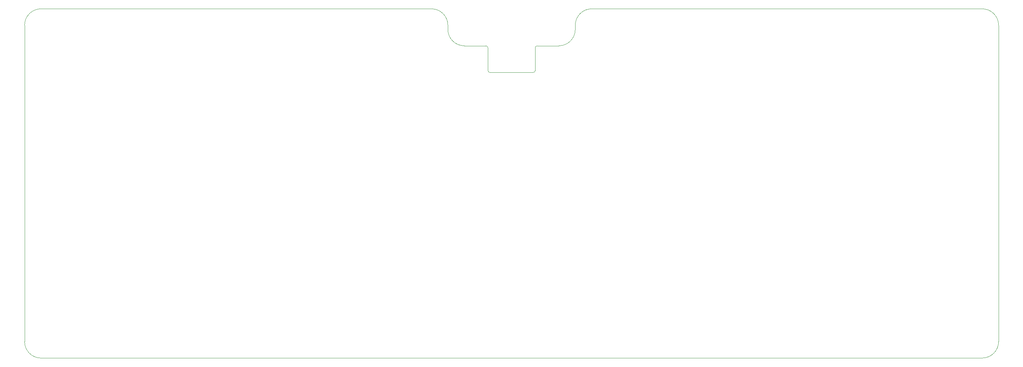
<source format=gbr>
%TF.GenerationSoftware,KiCad,Pcbnew,(5.99.0-8803-gb07c8110c8)*%
%TF.CreationDate,2021-05-08T13:19:11+01:00*%
%TF.ProjectId,Inflorescent,496e666c-6f72-4657-9363-656e742e6b69,rev?*%
%TF.SameCoordinates,PXf42400PY8954400*%
%TF.FileFunction,Profile,NP*%
%FSLAX46Y46*%
G04 Gerber Fmt 4.6, Leading zero omitted, Abs format (unit mm)*
G04 Created by KiCad (PCBNEW (5.99.0-8803-gb07c8110c8)) date 2021-05-08 13:19:11*
%MOMM*%
%LPD*%
G01*
G04 APERTURE LIST*
%TA.AperFunction,Profile*%
%ADD10C,0.100000*%
%TD*%
G04 APERTURE END LIST*
D10*
X4000000Y85000000D02*
G75*
G03*
X0Y81000000I0J-4000000D01*
G01*
X112750000Y70000000D02*
G75*
G03*
X113250000Y69500000I500000J0D01*
G01*
X103000000Y81000000D02*
X103000000Y80000000D01*
X103000000Y81000000D02*
G75*
G03*
X99000000Y85000000I-4000000J0D01*
G01*
X124250000Y75500000D02*
X124250000Y70000000D01*
X124750000Y76000000D02*
G75*
G03*
X124250000Y75500000I0J-500000D01*
G01*
X4000000Y85000000D02*
X99000000Y85000000D01*
X112750000Y75500000D02*
X112750000Y70000000D01*
X113250000Y69500000D02*
X123750000Y69500000D01*
X0Y81000000D02*
X0Y4000000D01*
X130000000Y76000000D02*
X124750000Y76000000D01*
X112750000Y75500000D02*
G75*
G03*
X112250000Y76000000I-500000J0D01*
G01*
X134000000Y80000000D02*
G75*
G02*
X130000000Y76000000I-4000000J0D01*
G01*
X233000000Y85000000D02*
G75*
G02*
X237000000Y81000000I0J-4000000D01*
G01*
X237000000Y4000000D02*
X237000000Y81000000D01*
X103000000Y80000000D02*
G75*
G03*
X107000000Y76000000I4000000J0D01*
G01*
X0Y4000000D02*
G75*
G03*
X4000000Y0I4000000J0D01*
G01*
X4000000Y0D02*
X233000000Y0D01*
X134000000Y81000000D02*
G75*
G02*
X138000000Y85000000I4000000J0D01*
G01*
X237000000Y4000000D02*
G75*
G02*
X233000000Y0I-4000000J0D01*
G01*
X233000000Y85000000D02*
X138000000Y85000000D01*
X123750000Y69500000D02*
G75*
G03*
X124250000Y70000000I0J500000D01*
G01*
X112250000Y76000000D02*
X107000000Y76000000D01*
X134000000Y80000000D02*
X134000000Y81000000D01*
M02*

</source>
